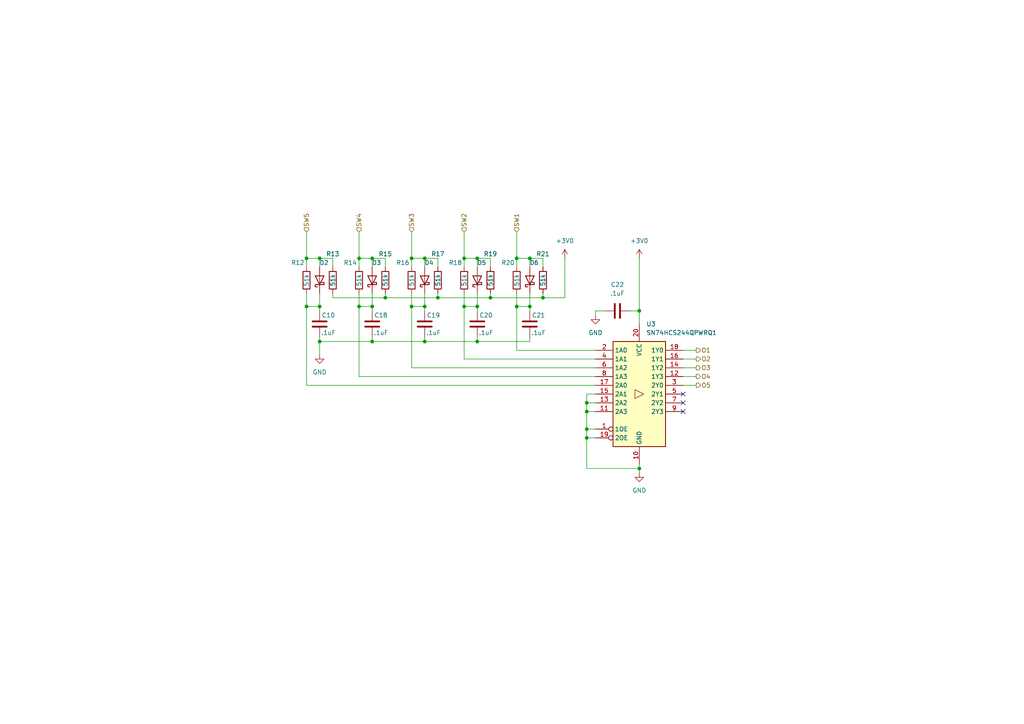
<source format=kicad_sch>
(kicad_sch (version 20211123) (generator eeschema)
  (paper "A4")
  (title_block (title "Debounce Circuit") (date "2022-12-07") (rev "1") (comment 1 "5ms symetrical debounce for press / release."))
  (lib_symbols
    (symbol "74xx:74AHC244"
      (property "Reference" "U" (at -7.62 16.51 0))
      (property "Value" "74AHC244" (at -7.62 -16.51 0))
      (symbol "74AHC244_1_0"
        (polyline (pts (xy 1.27 0) (xy -1.27 1.27) (xy -1.27 -1.27) (xy 1.27 0)) (stroke (width 0.1524)))
        (pin input inverted (at -12.7 -10.16 0) (length 5.08) (name "1OE") (number "1"))
        (pin power_in line (at 0 -20.32 90) (length 5.08) (name "GND") (number "10"))
        (pin input line (at -12.7 -5.08 0) (length 5.08) (name "2A3") (number "11"))
        (pin tri_state line (at 12.7 5.08 180) (length 5.08) (name "1Y3") (number "12"))
        (pin input line (at -12.7 -2.54 0) (length 5.08) (name "2A2") (number "13"))
        (pin tri_state line (at 12.7 7.62 180) (length 5.08) (name "1Y2") (number "14"))
        (pin input line (at -12.7 0 0) (length 5.08) (name "2A1") (number "15"))
        (pin tri_state line (at 12.7 10.16 180) (length 5.08) (name "1Y1") (number "16"))
        (pin input line (at -12.7 2.54 0) (length 5.08) (name "2A0") (number "17"))
        (pin tri_state line (at 12.7 12.7 180) (length 5.08) (name "1Y0") (number "18"))
        (pin input inverted (at -12.7 -12.7 0) (length 5.08) (name "2OE") (number "19"))
        (pin input line (at -12.7 12.7 0) (length 5.08) (name "1A0") (number "2"))
        (pin power_in line (at 0 20.32 270) (length 5.08) (name "VCC") (number "20"))
        (pin tri_state line (at 12.7 2.54 180) (length 5.08) (name "2Y0") (number "3"))
        (pin input line (at -12.7 10.16 0) (length 5.08) (name "1A1") (number "4"))
        (pin tri_state line (at 12.7 0 180) (length 5.08) (name "2Y1") (number "5"))
        (pin input line (at -12.7 7.62 0) (length 5.08) (name "1A2") (number "6"))
        (pin tri_state line (at 12.7 -2.54 180) (length 5.08) (name "2Y2") (number "7"))
        (pin input line (at -12.7 5.08 0) (length 5.08) (name "1A3") (number "8"))
        (pin tri_state line (at 12.7 -5.08 180) (length 5.08) (name "2Y3") (number "9"))
      )
      (symbol "74AHC244_1_1"
        (rectangle (start -7.62 15.24) (end 7.62 -15.24) (stroke (width 0.254)) (fill (type background)))
      )
    )
    (symbol "Device:C" (pin_numbers hide) (pin_names (offset 0.254))
      (property "Reference" "C" (at 0.635 2.54 0))
      (property "Value" "C" (at 0.635 -2.54 0))
      (symbol "C_0_1"
        (polyline (pts (xy -2.032 -0.762) (xy 2.032 -0.762)) (stroke (width 0.508)))
        (polyline (pts (xy -2.032 0.762) (xy 2.032 0.762)) (stroke (width 0.508)))
      )
      (symbol "C_1_1"
        (pin passive line (at 0 3.81 270) (length 2.794) (name "~") (number "1"))
        (pin passive line (at 0 -3.81 90) (length 2.794) (name "~") (number "2"))
      )
    )
    (symbol "Device:D_Schottky" (pin_numbers hide) (pin_names (offset 1.016) hide)
      (property "Reference" "D" (at 0 2.54 0))
      (property "Value" "D_Schottky" (at 0 -2.54 0))
      (symbol "D_Schottky_0_1"
        (polyline (pts (xy 1.27 0) (xy -1.27 0)))
        (polyline (pts (xy 1.27 1.27) (xy 1.27 -1.27) (xy -1.27 0) (xy 1.27 1.27)) (stroke (width 0.254)))
        (polyline (pts (xy -1.905 0.635) (xy -1.905 1.27) (xy -1.27 1.27) (xy -1.27 -1.27) (xy -0.635 -1.27) (xy -0.635 -0.635)) (stroke (width 0.254)))
      )
      (symbol "D_Schottky_1_1"
        (pin passive line (at -3.81 0 0) (length 2.54) (name "K") (number "1"))
        (pin passive line (at 3.81 0 180) (length 2.54) (name "A") (number "2"))
      )
    )
    (symbol "Device:R" (pin_numbers hide) (pin_names (offset 0))
      (property "Reference" "R" (at 2.032 0 90))
      (property "Value" "R" (at 0 0 90))
      (symbol "R_0_1"
        (rectangle (start -1.016 -2.54) (end 1.016 2.54) (stroke (width 0.254)))
      )
      (symbol "R_1_1"
        (pin passive line (at 0 3.81 270) (length 1.27) (name "~") (number "1"))
        (pin passive line (at 0 -3.81 90) (length 1.27) (name "~") (number "2"))
      )
    )
    (symbol "power:+3V0" (power) (pin_names (offset 0))
      (property "Value" "+3V0" (at 0 3.556 0))
      (symbol "+3V0_0_1"
        (polyline (pts (xy -0.762 1.27) (xy 0 2.54)))
        (polyline (pts (xy 0 0) (xy 0 2.54)))
        (polyline (pts (xy 0 2.54) (xy 0.762 1.27)))
      )
      (symbol "+3V0_1_1"
        (pin power_in line (at 0 0 90) (length 0) hide (name "+3V0") (number "1"))
      )
    )
    (symbol "power:GND" (power) (pin_names (offset 0))
      (property "Value" "GND" (at 0 -3.81 0))
      (symbol "GND_0_1"
        (polyline (pts (xy 0 0) (xy 0 -1.27) (xy 1.27 -1.27) (xy 0 -2.54) (xy -1.27 -1.27) (xy 0 -1.27)))
      )
      (symbol "GND_1_1"
        (pin power_in line (at 0 0 270) (length 0) hide (name "GND") (number "1"))
      )
    )
  )
  (junction (at 185.42 135.89))
  (junction (at 138.43 74.93))
  (junction (at 138.43 88.9))
  (junction (at 107.95 74.93))
  (junction (at 92.71 88.9))
  (junction (at 123.19 99.06))
  (junction (at 170.18 127))
  (junction (at 88.9 88.9))
  (junction (at 153.67 88.9))
  (junction (at 157.48 86.36))
  (junction (at 88.9 74.93))
  (junction (at 107.95 99.06))
  (junction (at 92.71 74.93))
  (junction (at 185.42 90.17))
  (junction (at 119.38 88.9))
  (junction (at 134.62 74.93))
  (junction (at 127 86.36))
  (junction (at 170.18 119.38))
  (junction (at 92.71 99.06))
  (junction (at 111.76 86.36))
  (junction (at 138.43 99.06))
  (junction (at 123.19 88.9))
  (junction (at 107.95 88.9))
  (junction (at 142.24 86.36))
  (junction (at 104.14 74.93))
  (junction (at 149.86 74.93))
  (junction (at 123.19 74.93))
  (junction (at 170.18 116.84))
  (junction (at 119.38 74.93))
  (junction (at 104.14 88.9))
  (junction (at 153.67 74.93))
  (junction (at 170.18 124.46))
  (junction (at 134.62 88.9))
  (junction (at 149.86 88.9))
  (no_connect (at 198.12 116.84))
  (no_connect (at 198.12 114.3))
  (no_connect (at 198.12 119.38))
  (wire (pts (xy 134.62 67.31) (xy 134.62 74.93)))
  (wire (pts (xy 170.18 127) (xy 170.18 124.46)))
  (wire (pts (xy 88.9 74.93) (xy 88.9 77.47)))
  (wire (pts (xy 157.48 86.36) (xy 163.83 86.36)))
  (wire (pts (xy 153.67 74.93) (xy 149.86 74.93)))
  (wire (pts (xy 157.48 77.47) (xy 157.48 74.93)))
  (wire (pts (xy 96.52 85.09) (xy 96.52 86.36)))
  (wire (pts (xy 123.19 88.9) (xy 119.38 88.9)))
  (wire (pts (xy 182.88 90.17) (xy 185.42 90.17)))
  (wire (pts (xy 119.38 67.31) (xy 119.38 74.93)))
  (wire (pts (xy 185.42 135.89) (xy 170.18 135.89)))
  (wire (pts (xy 170.18 127) (xy 172.72 127)))
  (wire (pts (xy 96.52 77.47) (xy 96.52 74.93)))
  (wire (pts (xy 172.72 114.3) (xy 170.18 114.3)))
  (wire (pts (xy 107.95 88.9) (xy 104.14 88.9)))
  (wire (pts (xy 198.12 109.22) (xy 201.93 109.22)))
  (wire (pts (xy 157.48 74.93) (xy 153.67 74.93)))
  (wire (pts (xy 107.95 97.79) (xy 107.95 99.06)))
  (wire (pts (xy 107.95 74.93) (xy 104.14 74.93)))
  (wire (pts (xy 170.18 135.89) (xy 170.18 127)))
  (wire (pts (xy 119.38 88.9) (xy 119.38 106.68)))
  (wire (pts (xy 163.83 74.93) (xy 163.83 86.36)))
  (wire (pts (xy 138.43 85.09) (xy 138.43 88.9)))
  (wire (pts (xy 175.26 90.17) (xy 172.72 90.17)))
  (wire (pts (xy 104.14 88.9) (xy 104.14 109.22)))
  (wire (pts (xy 92.71 88.9) (xy 88.9 88.9)))
  (wire (pts (xy 170.18 116.84) (xy 172.72 116.84)))
  (wire (pts (xy 185.42 90.17) (xy 185.42 93.98)))
  (wire (pts (xy 107.95 99.06) (xy 123.19 99.06)))
  (wire (pts (xy 88.9 67.31) (xy 88.9 74.93)))
  (wire (pts (xy 88.9 85.09) (xy 88.9 88.9)))
  (wire (pts (xy 142.24 86.36) (xy 157.48 86.36)))
  (wire (pts (xy 104.14 74.93) (xy 104.14 77.47)))
  (wire (pts (xy 96.52 86.36) (xy 111.76 86.36)))
  (wire (pts (xy 96.52 74.93) (xy 92.71 74.93)))
  (wire (pts (xy 170.18 114.3) (xy 170.18 116.84)))
  (wire (pts (xy 134.62 85.09) (xy 134.62 88.9)))
  (wire (pts (xy 123.19 85.09) (xy 123.19 88.9)))
  (wire (pts (xy 172.72 109.22) (xy 104.14 109.22)))
  (wire (pts (xy 104.14 85.09) (xy 104.14 88.9)))
  (wire (pts (xy 153.67 74.93) (xy 153.67 77.47)))
  (wire (pts (xy 92.71 74.93) (xy 92.71 77.47)))
  (wire (pts (xy 92.71 90.17) (xy 92.71 88.9)))
  (wire (pts (xy 198.12 104.14) (xy 201.93 104.14)))
  (wire (pts (xy 134.62 104.14) (xy 172.72 104.14)))
  (wire (pts (xy 198.12 106.68) (xy 201.93 106.68)))
  (wire (pts (xy 127 86.36) (xy 142.24 86.36)))
  (wire (pts (xy 111.76 85.09) (xy 111.76 86.36)))
  (wire (pts (xy 107.95 85.09) (xy 107.95 88.9)))
  (wire (pts (xy 153.67 85.09) (xy 153.67 88.9)))
  (wire (pts (xy 123.19 74.93) (xy 119.38 74.93)))
  (wire (pts (xy 123.19 97.79) (xy 123.19 99.06)))
  (wire (pts (xy 142.24 77.47) (xy 142.24 74.93)))
  (wire (pts (xy 170.18 119.38) (xy 172.72 119.38)))
  (wire (pts (xy 149.86 74.93) (xy 149.86 77.47)))
  (wire (pts (xy 92.71 99.06) (xy 107.95 99.06)))
  (wire (pts (xy 142.24 85.09) (xy 142.24 86.36)))
  (wire (pts (xy 111.76 77.47) (xy 111.76 74.93)))
  (wire (pts (xy 134.62 88.9) (xy 134.62 104.14)))
  (wire (pts (xy 198.12 101.6) (xy 201.93 101.6)))
  (wire (pts (xy 153.67 90.17) (xy 153.67 88.9)))
  (wire (pts (xy 172.72 106.68) (xy 119.38 106.68)))
  (wire (pts (xy 138.43 90.17) (xy 138.43 88.9)))
  (wire (pts (xy 149.86 101.6) (xy 172.72 101.6)))
  (wire (pts (xy 170.18 116.84) (xy 170.18 119.38)))
  (wire (pts (xy 127 85.09) (xy 127 86.36)))
  (wire (pts (xy 149.86 88.9) (xy 149.86 101.6)))
  (wire (pts (xy 142.24 74.93) (xy 138.43 74.93)))
  (wire (pts (xy 172.72 111.76) (xy 88.9 111.76)))
  (wire (pts (xy 123.19 99.06) (xy 138.43 99.06)))
  (wire (pts (xy 123.19 90.17) (xy 123.19 88.9)))
  (wire (pts (xy 170.18 124.46) (xy 172.72 124.46)))
  (wire (pts (xy 157.48 85.09) (xy 157.48 86.36)))
  (wire (pts (xy 138.43 74.93) (xy 134.62 74.93)))
  (wire (pts (xy 123.19 74.93) (xy 123.19 77.47)))
  (wire (pts (xy 138.43 74.93) (xy 138.43 77.47)))
  (wire (pts (xy 92.71 99.06) (xy 92.71 102.87)))
  (wire (pts (xy 138.43 99.06) (xy 153.67 99.06)))
  (wire (pts (xy 119.38 74.93) (xy 119.38 77.47)))
  (wire (pts (xy 153.67 97.79) (xy 153.67 99.06)))
  (wire (pts (xy 92.71 85.09) (xy 92.71 88.9)))
  (wire (pts (xy 138.43 97.79) (xy 138.43 99.06)))
  (wire (pts (xy 107.95 74.93) (xy 107.95 77.47)))
  (wire (pts (xy 138.43 88.9) (xy 134.62 88.9)))
  (wire (pts (xy 185.42 74.93) (xy 185.42 90.17)))
  (wire (pts (xy 88.9 88.9) (xy 88.9 111.76)))
  (wire (pts (xy 92.71 74.93) (xy 88.9 74.93)))
  (wire (pts (xy 107.95 90.17) (xy 107.95 88.9)))
  (wire (pts (xy 127 74.93) (xy 123.19 74.93)))
  (wire (pts (xy 104.14 67.31) (xy 104.14 74.93)))
  (wire (pts (xy 185.42 135.89) (xy 185.42 137.16)))
  (wire (pts (xy 127 77.47) (xy 127 74.93)))
  (wire (pts (xy 92.71 97.79) (xy 92.71 99.06)))
  (wire (pts (xy 119.38 85.09) (xy 119.38 88.9)))
  (wire (pts (xy 149.86 85.09) (xy 149.86 88.9)))
  (wire (pts (xy 134.62 74.93) (xy 134.62 77.47)))
  (wire (pts (xy 111.76 74.93) (xy 107.95 74.93)))
  (wire (pts (xy 185.42 134.62) (xy 185.42 135.89)))
  (wire (pts (xy 198.12 111.76) (xy 201.93 111.76)))
  (wire (pts (xy 153.67 88.9) (xy 149.86 88.9)))
  (wire (pts (xy 111.76 86.36) (xy 127 86.36)))
  (wire (pts (xy 170.18 119.38) (xy 170.18 124.46)))
  (wire (pts (xy 149.86 67.31) (xy 149.86 74.93)))
  (wire (pts (xy 172.72 90.17) (xy 172.72 91.44)))
  (hierarchical_label "O1" (shape output) (at 201.93 101.6 0))
  (hierarchical_label "SW5" (shape input) (at 88.9 67.31 90))
  (hierarchical_label "SW3" (shape input) (at 119.38 67.31 90))
  (hierarchical_label "O3" (shape output) (at 201.93 106.68 0))
  (hierarchical_label "O4" (shape output) (at 201.93 109.22 0))
  (hierarchical_label "SW2" (shape input) (at 134.62 67.31 90))
  (hierarchical_label "O5" (shape output) (at 201.93 111.76 0))
  (hierarchical_label "O2" (shape output) (at 201.93 104.14 0))
  (hierarchical_label "SW4" (shape input) (at 104.14 67.31 90))
  (hierarchical_label "SW1" (shape input) (at 149.86 67.31 90))
  (symbol (lib_id "Device:R") (at 104.14 81.28 0) (unit 1)
    (property "Reference" "R14" (at 101.6 76.2 0))
    (property "Value" "51k" (at 104.14 81.28 90))
    (property "Footprint" "Resistor_SMD:R_0805_2012Metric" (effects hide))
  )
  (symbol (lib_id "Device:R") (at 111.76 81.28 0) (unit 1)
    (property "Reference" "R15" (at 111.76 73.66 0))
    (property "Value" "51k" (at 111.76 81.28 90))
    (property "Footprint" "Resistor_SMD:R_0805_2012Metric" (effects hide))
  )
  (symbol (lib_id "Device:C") (at 92.71 93.98 0) (unit 1)
    (property "Reference" "C10" (at 95.25 91.44 0))
    (property "Value" ".1uF" (at 95.25 96.52 0))
    (property "Footprint" "Capacitor_SMD:C_0805_2012Metric" (effects hide))
  )
  (symbol (lib_id "Device:C") (at 123.19 93.98 0) (unit 1)
    (property "Reference" "C19" (at 125.73 91.44 0))
    (property "Value" ".1uF" (at 125.73 96.52 0))
    (property "Footprint" "Capacitor_SMD:C_0805_2012Metric" (effects hide))
  )
  (symbol (lib_id "Device:C") (at 107.95 93.98 0) (unit 1)
    (property "Reference" "C18" (at 110.49 91.44 0))
    (property "Value" ".1uF" (at 110.49 96.52 0))
    (property "Footprint" "Capacitor_SMD:C_0805_2012Metric" (effects hide))
  )
  (symbol (lib_id "Device:R") (at 119.38 81.28 0) (unit 1)
    (property "Reference" "R16" (at 116.84 76.2 0))
    (property "Value" "51k" (at 119.38 81.28 90))
    (property "Footprint" "Resistor_SMD:R_0805_2012Metric" (effects hide))
  )
  (symbol (lib_id "Device:D_Schottky") (at 138.43 81.28 90) (unit 1)
    (property "Reference" "D5" (at 139.7 76.2 90))
    (property "Value" "RB886CST2RA" (effects hide))
    (property "Footprint" "Diode_SMD:D_SOD-923" (effects hide))
  )
  (symbol (lib_id "power:+3V0") (at 185.42 74.93 0) (unit 1)
    (property "Reference" "#PWR036" (effects hide))
    (property "Value" "+3V0" (at 185.42 69.85 0))
  )
  (symbol (lib_id "Device:R") (at 96.52 81.28 0) (unit 1)
    (property "Reference" "R13" (at 96.52 73.66 0))
    (property "Value" "51k" (at 96.52 81.28 90))
    (property "Footprint" "Resistor_SMD:R_0805_2012Metric" (effects hide))
  )
  (symbol (lib_id "Device:D_Schottky") (at 92.71 81.28 90) (unit 1)
    (property "Reference" "D2" (at 93.98 76.2 90))
    (property "Value" "RB886CST2RA" (effects hide))
    (property "Footprint" "Diode_SMD:D_SOD-923" (effects hide))
  )
  (symbol (lib_id "Device:R") (at 134.62 81.28 0) (unit 1)
    (property "Reference" "R18" (at 132.08 76.2 0))
    (property "Value" "51k" (at 134.62 81.28 90))
    (property "Footprint" "Resistor_SMD:R_0805_2012Metric" (effects hide))
  )
  (symbol (lib_id "Device:R") (at 157.48 81.28 0) (unit 1)
    (property "Reference" "R21" (at 157.48 73.66 0))
    (property "Value" "51k" (at 157.48 81.28 90))
    (property "Footprint" "Resistor_SMD:R_0805_2012Metric" (effects hide))
  )
  (symbol (lib_id "Device:C") (at 138.43 93.98 0) (unit 1)
    (property "Reference" "C20" (at 140.97 91.44 0))
    (property "Value" ".1uF" (at 140.97 96.52 0))
    (property "Footprint" "Capacitor_SMD:C_0805_2012Metric" (effects hide))
  )
  (symbol (lib_id "power:GND") (at 92.71 102.87 0) (unit 1)
    (property "Reference" "#PWR015" (effects hide))
    (property "Value" "GND" (at 92.71 107.95 0))
  )
  (symbol (lib_id "power:GND") (at 185.42 137.16 0) (unit 1)
    (property "Reference" "#PWR037" (effects hide))
    (property "Value" "GND" (at 185.42 142.24 0))
  )
  (symbol (lib_id "Device:D_Schottky") (at 153.67 81.28 90) (unit 1)
    (property "Reference" "D6" (at 154.94 76.2 90))
    (property "Value" "RB886CST2RA" (effects hide))
    (property "Footprint" "Diode_SMD:D_SOD-923" (effects hide))
  )
  (symbol (lib_id "power:+3V0") (at 163.83 74.93 0) (unit 1)
    (property "Reference" "#PWR017" (effects hide))
    (property "Value" "+3V0" (at 163.83 69.85 0))
  )
  (symbol (lib_id "Device:C") (at 179.07 90.17 90) (unit 1)
    (property "Reference" "C22" (at 179.07 82.55 90))
    (property "Value" ".1uF" (at 179.07 85.09 90))
    (property "Footprint" "Capacitor_SMD:C_0805_2012Metric" (effects hide))
  )
  (symbol (lib_id "Device:R") (at 149.86 81.28 0) (unit 1)
    (property "Reference" "R20" (at 147.32 76.2 0))
    (property "Value" "51k" (at 149.86 81.28 90))
    (property "Footprint" "Resistor_SMD:R_0805_2012Metric" (effects hide))
  )
  (symbol (lib_id "power:GND") (at 172.72 91.44 0) (unit 1)
    (property "Reference" "#PWR018" (effects hide))
    (property "Value" "GND" (at 172.72 96.52 0))
  )
  (symbol (lib_id "Device:C") (at 153.67 93.98 0) (unit 1)
    (property "Reference" "C21" (at 156.21 91.44 0))
    (property "Value" ".1uF" (at 156.21 96.52 0))
    (property "Footprint" "Capacitor_SMD:C_0805_2012Metric" (effects hide))
  )
  (symbol (lib_id "Device:D_Schottky") (at 107.95 81.28 90) (unit 1)
    (property "Reference" "D3" (at 109.22 76.2 90))
    (property "Value" "RB886CST2RA" (effects hide))
    (property "Footprint" "Diode_SMD:D_SOD-923" (effects hide))
  )
  (symbol (lib_id "Device:R") (at 142.24 81.28 0) (unit 1)
    (property "Reference" "R19" (at 142.24 73.66 0))
    (property "Value" "51k" (at 142.24 81.28 90))
    (property "Footprint" "Resistor_SMD:R_0805_2012Metric" (effects hide))
  )
  (symbol (lib_id "Device:D_Schottky") (at 123.19 81.28 90) (unit 1)
    (property "Reference" "D4" (at 124.46 76.2 90))
    (property "Value" "RB886CST2RA" (effects hide))
    (property "Footprint" "Diode_SMD:D_SOD-923" (effects hide))
  )
  (symbol (lib_id "Device:R") (at 88.9 81.28 0) (unit 1)
    (property "Reference" "R12" (at 86.36 76.2 0))
    (property "Value" "51k" (at 88.9 81.28 90))
    (property "Footprint" "Resistor_SMD:R_0805_2012Metric" (effects hide))
  )
  (symbol (lib_id "74xx:74AHC244") (at 185.42 114.3 0) (unit 1)
    (property "Reference" "U3" (at 187.4394 93.98 0) (effects (justify left)))
    (property "Value" "SN74HCS244QPWRQ1" (at 187.4394 96.52 0) (effects (justify left)))
    (property "Footprint" "Package_SO:TSSOP-20_4.4x6.5mm_P0.65mm" (effects hide))
    (property "Datasheet" "https://assets.nexperia.com/documents/data-sheet/74AHC_AHCT244.pdf" (effects hide))
  )
  (symbol (lib_id "Device:R") (at 127 81.28 0) (unit 1)
    (property "Reference" "R17" (at 127 73.66 0))
    (property "Value" "51k" (at 127 81.28 90))
    (property "Footprint" "Resistor_SMD:R_0805_2012Metric" (effects hide))
  )
)
</source>
